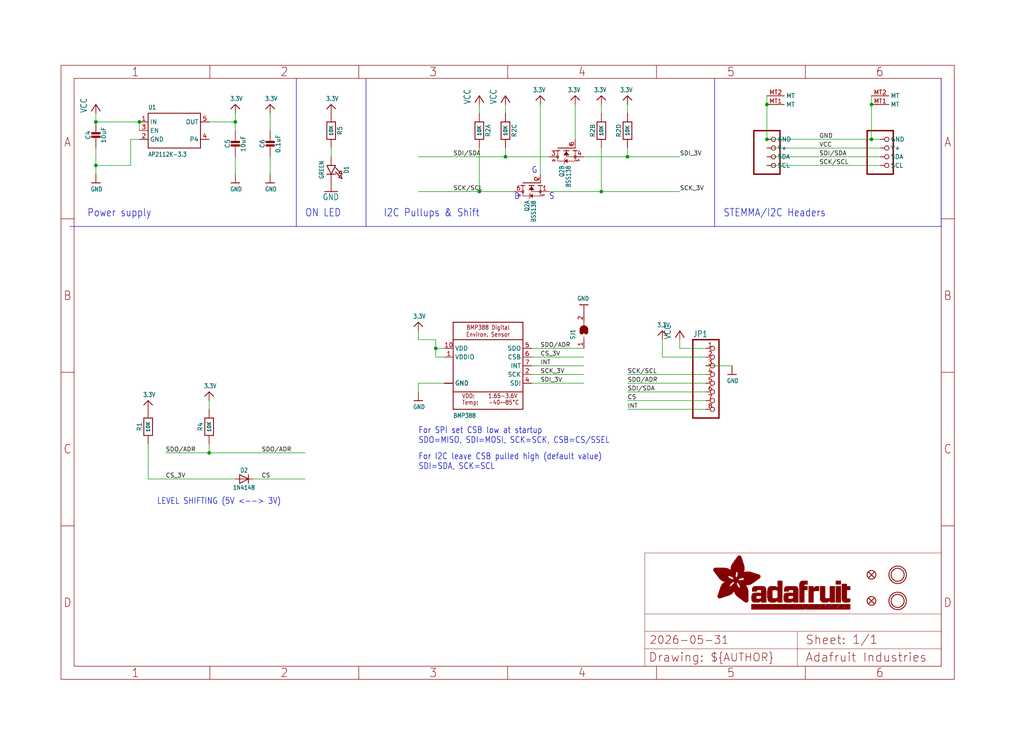
<source format=kicad_sch>
(kicad_sch (version 20230121) (generator eeschema)
  (paper "User" 298.45 217.322)
  (lib_symbols
    (symbol "working-eagle-import:3.3V" (power)
      (property "Value" "3.3V" (at -1.524 1.016 0))
      (symbol "3.3V_1_0"
        (pin power_in line (at 0 -2.54 90) (length 2.54) (name "3.3V") (number "1"))
      )
    )
    (symbol "working-eagle-import:BMP388"
      (symbol "BMP388_1_0"
        (text "-40~~85°C" (at 0 -11.43 0) (effects (font (size 1.27 1.0795)) (justify left bottom)))
        (text "1.65-3.6V" (at 0 -9.525 0) (effects (font (size 1.27 1.0795)) (justify left bottom)))
        (text "BMP388 Digital\nEnviron. Sensor" (at 0 10.16 0) (effects (font (size 1.27 1.0795))))
        (text "Temp:" (at -7.62 -11.43 0) (effects (font (size 1.27 1.0795)) (justify left bottom)))
        (text "VDD:" (at -7.62 -9.525 0) (effects (font (size 1.27 1.0795)) (justify left bottom)))
        (pin power_in line (at -12.7 2.54 0) (length 2.54) (name "VDDIO") (number "1"))
        (pin power_in line (at -12.7 5.08 0) (length 2.54) (name "VDD") (number "10"))
        (pin input line (at 12.7 -2.54 180) (length 2.54) (name "SCK") (number "2"))
        (pin power_in line (at -12.7 -5.08 0) (length 2.54) (name "GND") (number "3"))
        (pin input line (at 12.7 -5.08 180) (length 2.54) (name "SDI") (number "4"))
        (pin output line (at 12.7 5.08 180) (length 2.54) (name "SDO") (number "5"))
        (pin input line (at 12.7 2.54 180) (length 2.54) (name "CSB") (number "6"))
        (pin output line (at 12.7 0 180) (length 2.54) (name "INT") (number "7"))
        (pin power_in line (at -12.7 -5.08 0) (length 2.54) (name "GND") (number "8"))
        (pin power_in line (at -12.7 -5.08 0) (length 2.54) (name "GND") (number "9"))
      )
    )
    (symbol "working-eagle-import:CAP_CERAMIC0603_NO"
      (property "Reference" "C" (at -2.29 1.25 90))
      (symbol "CAP_CERAMIC0603_NO_1_0"
        (pin passive line (at 0 5.08 270) (length 2.54) (name "1") (number "1"))
        (pin passive line (at 0 -2.54 90) (length 2.54) (name "2") (number "2"))
      )
    )
    (symbol "working-eagle-import:CAP_CERAMIC0805-NOOUTLINE"
      (property "Reference" "C" (at -2.29 1.25 90))
      (symbol "CAP_CERAMIC0805-NOOUTLINE_1_0"
        (pin passive line (at 0 5.08 270) (length 2.54) (name "1") (number "1"))
        (pin passive line (at 0 -2.54 90) (length 2.54) (name "2") (number "2"))
      )
    )
    (symbol "working-eagle-import:DIODESOD-323"
      (property "Reference" "D" (at 0 2.54 0))
      (symbol "DIODESOD-323_1_0"
        (pin passive line (at -2.54 0 0) (length 2.54) (name "A") (number "A"))
        (pin passive line (at 2.54 0 180) (length 2.54) (name "C") (number "C"))
      )
    )
    (symbol "working-eagle-import:FIDUCIAL_1MM")
    (symbol "working-eagle-import:FRAME_A4_ADAFRUIT"
      (symbol "FRAME_A4_ADAFRUIT_1_0"
        (text "${#}/${##}" (at 230.505 10.16 0) (effects (font (size 2.54 2.54)) (justify left bottom)))
        (text "${AUTHOR}" (at 189.23 5.08 0) (effects (font (size 2.286 2.286)) (justify left bottom)))
        (text "${CURRENT_DATE}" (at 171.45 10.16 0) (effects (font (size 2.286 2.286)) (justify left bottom)))
        (text "${PROJECTNAME}" (at 171.45 15.24 0) (effects (font (size 2.54 2.54)) (justify left bottom)))
        (text "1" (at 21.6958 1.905 0) (effects (font (size 2.54 2.286))))
        (text "1" (at 21.6958 177.165 0) (effects (font (size 2.54 2.286))))
        (text "2" (at 65.0875 1.905 0) (effects (font (size 2.54 2.286))))
        (text "2" (at 65.0875 177.165 0) (effects (font (size 2.54 2.286))))
        (text "3" (at 108.4792 1.905 0) (effects (font (size 2.54 2.286))))
        (text "3" (at 108.4792 177.165 0) (effects (font (size 2.54 2.286))))
        (text "4" (at 151.8708 1.905 0) (effects (font (size 2.54 2.286))))
        (text "4" (at 151.8708 177.165 0) (effects (font (size 2.54 2.286))))
        (text "5" (at 195.2625 1.905 0) (effects (font (size 2.54 2.286))))
        (text "5" (at 195.2625 177.165 0) (effects (font (size 2.54 2.286))))
        (text "6" (at 238.6542 1.905 0) (effects (font (size 2.54 2.286))))
        (text "6" (at 238.6542 177.165 0) (effects (font (size 2.54 2.286))))
        (text "A" (at 1.905 156.6863 0) (effects (font (size 2.54 2.286))))
        (text "A" (at 258.445 156.6863 0) (effects (font (size 2.54 2.286))))
        (text "Adafruit Industries" (at 216.916 4.953 0) (effects (font (size 2.54 2.54)) (justify left bottom)))
        (text "B" (at 1.905 111.9188 0) (effects (font (size 2.54 2.286))))
        (text "B" (at 258.445 111.9188 0) (effects (font (size 2.54 2.286))))
        (text "C" (at 1.905 67.1513 0) (effects (font (size 2.54 2.286))))
        (text "C" (at 258.445 67.1513 0) (effects (font (size 2.54 2.286))))
        (text "D" (at 1.905 22.3838 0) (effects (font (size 2.54 2.286))))
        (text "D" (at 258.445 22.3838 0) (effects (font (size 2.54 2.286))))
        (text "Drawing:" (at 171.196 4.953 0) (effects (font (size 2.54 2.54)) (justify left bottom)))
        (text "Sheet:" (at 216.916 10.033 0) (effects (font (size 2.54 2.54)) (justify left bottom)))
      )
    )
    (symbol "working-eagle-import:GND" (power)
      (property "Value" "GND" (at -1.524 -2.54 0))
      (symbol "GND_1_0"
        (pin power_in line (at 0 2.54 270) (length 2.54) (name "GND") (number "1"))
      )
    )
    (symbol "working-eagle-import:HEADER-1X870MIL"
      (property "Reference" "JP" (at -6.35 13.335 0))
      (symbol "HEADER-1X870MIL_1_0"
        (pin passive inverted (at -2.54 10.16 0) (length 2.54) (name "1") (number "1"))
        (pin passive inverted (at -2.54 7.62 0) (length 2.54) (name "2") (number "2"))
        (pin passive inverted (at -2.54 5.08 0) (length 2.54) (name "3") (number "3"))
        (pin passive inverted (at -2.54 2.54 0) (length 2.54) (name "4") (number "4"))
        (pin passive inverted (at -2.54 0 0) (length 2.54) (name "5") (number "5"))
        (pin passive inverted (at -2.54 -2.54 0) (length 2.54) (name "6") (number "6"))
        (pin passive inverted (at -2.54 -5.08 0) (length 2.54) (name "7") (number "7"))
        (pin passive inverted (at -2.54 -7.62 0) (length 2.54) (name "8") (number "8"))
      )
    )
    (symbol "working-eagle-import:LED0603_NOOUTLINE"
      (property "Reference" "D" (at -1.27 4.445 0))
      (symbol "LED0603_NOOUTLINE_1_0"
        (pin passive line (at -5.08 0 0) (length 2.54) (name "A") (number "A"))
        (pin passive line (at 2.54 0 180) (length 2.54) (name "C") (number "C"))
      )
    )
    (symbol "working-eagle-import:MOSFET-N_DUAL"
      (property "Reference" "Q" (at 5.08 0.635 0))
      (symbol "MOSFET-N_DUAL_1_0"
        (text "D" (at 3.175 3.175 0) (effects (font (size 0.8128 0.6908)) (justify left bottom)))
        (text "G" (at -1.27 -1.905 0) (effects (font (size 0.8128 0.6908)) (justify left bottom)))
        (text "S" (at 3.175 -3.81 0) (effects (font (size 0.8128 0.6908)) (justify left bottom)))
        (pin bidirectional line (at 2.54 -5.08 90) (length 2.54) (name "S") (number "1"))
        (pin bidirectional line (at -2.54 -2.54 0) (length 2.54) (name "G") (number "2"))
        (pin bidirectional line (at 2.54 5.08 270) (length 2.54) (name "D") (number "6"))
      )
      (symbol "MOSFET-N_DUAL_2_0"
        (text "D" (at 3.175 3.175 0) (effects (font (size 0.8128 0.6908)) (justify left bottom)))
        (text "G" (at -1.27 -1.905 0) (effects (font (size 0.8128 0.6908)) (justify left bottom)))
        (text "S" (at 3.175 -3.81 0) (effects (font (size 0.8128 0.6908)) (justify left bottom)))
        (pin bidirectional line (at 2.54 5.08 270) (length 2.54) (name "D") (number "3"))
        (pin bidirectional line (at 2.54 -5.08 90) (length 2.54) (name "S") (number "4"))
        (pin bidirectional line (at -2.54 -2.54 0) (length 2.54) (name "G") (number "5"))
      )
    )
    (symbol "working-eagle-import:MOUNTINGHOLE2.5")
    (symbol "working-eagle-import:RESISTOR_0603_NOOUT"
      (property "Reference" "R" (at 0 2.54 0))
      (symbol "RESISTOR_0603_NOOUT_1_0"
        (pin passive line (at -5.08 0 0) (length 2.54) (name "1") (number "1"))
        (pin passive line (at 5.08 0 180) (length 2.54) (name "2") (number "2"))
      )
    )
    (symbol "working-eagle-import:RESISTOR_4PACK"
      (property "Reference" "R" (at 0 2.54 0))
      (symbol "RESISTOR_4PACK_1_0"
        (pin passive line (at -5.08 0 0) (length 2.54) (name "1") (number "1"))
        (pin passive line (at 5.08 0 180) (length 2.54) (name "2") (number "8"))
      )
      (symbol "RESISTOR_4PACK_2_0"
        (pin passive line (at -5.08 0 0) (length 2.54) (name "1") (number "2"))
        (pin passive line (at 5.08 0 180) (length 2.54) (name "2") (number "7"))
      )
      (symbol "RESISTOR_4PACK_3_0"
        (pin passive line (at -5.08 0 0) (length 2.54) (name "1") (number "3"))
        (pin passive line (at 5.08 0 180) (length 2.54) (name "2") (number "6"))
      )
      (symbol "RESISTOR_4PACK_4_0"
        (pin passive line (at -5.08 0 0) (length 2.54) (name "1") (number "4"))
        (pin passive line (at 5.08 0 180) (length 2.54) (name "2") (number "5"))
      )
    )
    (symbol "working-eagle-import:SOLDERJUMPER"
      (property "Reference" "SJ" (at -2.54 2.54 0))
      (symbol "SOLDERJUMPER_1_0"
        (pin passive line (at -5.08 0 0) (length 2.54) (name "1") (number "1"))
        (pin passive line (at 5.08 0 180) (length 2.54) (name "2") (number "2"))
      )
    )
    (symbol "working-eagle-import:STEMMA_I2C_QT"
      (symbol "STEMMA_I2C_QT_1_0"
        (pin passive inverted (at 0 5.08 0) (length 2.54) (name "GND") (number "1"))
        (pin passive inverted (at 0 2.54 0) (length 2.54) (name "V+") (number "2"))
        (pin passive inverted (at 0 0 0) (length 2.54) (name "SDA") (number "3"))
        (pin passive inverted (at 0 -2.54 0) (length 2.54) (name "SCL") (number "4"))
      )
      (symbol "STEMMA_I2C_QT_2_0"
        (pin bidirectional line (at 0 0 0) (length 5.08) (name "MT") (number "MT1"))
      )
      (symbol "STEMMA_I2C_QT_3_0"
        (pin bidirectional line (at 0 0 0) (length 5.08) (name "MT") (number "MT2"))
      )
    )
    (symbol "working-eagle-import:VCC" (power)
      (property "Value" "VCC" (at -2.54 -2.54 90))
      (symbol "VCC_1_0"
        (pin power_in line (at 0 -2.54 90) (length 2.54) (name "VCC") (number "1"))
      )
    )
    (symbol "working-eagle-import:VREG_SOT23-5"
      (property "Reference" "U" (at -7.62 6.096 0))
      (symbol "VREG_SOT23-5_1_0"
        (pin power_in line (at -10.16 2.54 0) (length 2.54) (name "IN") (number "1"))
        (pin power_in line (at -10.16 -2.54 0) (length 2.54) (name "GND") (number "2"))
        (pin input line (at -10.16 0 0) (length 2.54) (name "EN") (number "3"))
        (pin bidirectional line (at 10.16 -2.54 180) (length 2.54) (name "P4") (number "4"))
        (pin power_in line (at 10.16 2.54 180) (length 2.54) (name "OUT") (number "5"))
      )
    )
    (symbol "working-eagle-import:supply1_GND" (power)
      (property "Value" "supply1_GND" (at -2.54 -2.54 0))
      (symbol "supply1_GND_1_0"
        (pin power_in line (at 0 2.54 270) (length 2.54) (name "GND") (number "1"))
      )
    )
  )
  (junction (at 147.32 45.72))
  (junction (at 223.52 40.64))
  (junction (at 254 40.64))
  (junction (at 254 30.48))
  (junction (at 27.94 35.56))
  (junction (at 127 101.6))
  (junction (at 223.52 30.48))
  (junction (at 27.94 48.26))
  (junction (at 182.88 45.72))
  (junction (at 139.7 55.88))
  (junction (at 40.64 35.56))
  (junction (at 175.26 55.88))
  (junction (at 68.58 35.56))
  (junction (at 60.96 132.08))
  (wire (pts (xy 205.74 114.3) (xy 182.88 114.3)) (stroke (width 0.1524)))
  (wire (pts (xy 205.74 111.76) (xy 182.88 111.76)) (stroke (width 0.1524)))
  (wire (pts (xy 147.32 43.18) (xy 147.32 45.72)) (stroke (width 0.1524)))
  (wire (pts (xy 160.02 55.88) (xy 175.26 55.88)) (stroke (width 0.1524)))
  (wire (pts (xy 205.74 116.84) (xy 182.88 116.84)) (stroke (width 0.1524)))
  (wire (pts (xy 175.26 55.88) (xy 198.12 55.88)) (stroke (width 0.1524)))
  (wire (pts (xy 96.52 45.72) (xy 96.52 43.18)) (stroke (width 0.1524)))
  (wire (pts (xy 43.18 139.7) (xy 43.18 129.54)) (stroke (width 0.1524)))
  (wire (pts (xy 40.64 35.56) (xy 27.94 35.56)) (stroke (width 0.1524)))
  (wire (pts (xy 129.54 101.6) (xy 127 101.6)) (stroke (width 0.1524)))
  (wire (pts (xy 27.94 33.02) (xy 27.94 35.56)) (stroke (width 0.1524)))
  (wire (pts (xy 205.74 104.14) (xy 193.04 104.14)) (stroke (width 0.1524)))
  (wire (pts (xy 121.92 111.76) (xy 129.54 111.76)) (stroke (width 0.1524)))
  (wire (pts (xy 40.64 40.64) (xy 38.1 40.64)) (stroke (width 0.1524)))
  (wire (pts (xy 256.54 40.64) (xy 254 40.64)) (stroke (width 0.1524)))
  (wire (pts (xy 175.26 43.18) (xy 175.26 55.88)) (stroke (width 0.1524)))
  (wire (pts (xy 154.94 101.6) (xy 170.18 101.6)) (stroke (width 0.1524)))
  (wire (pts (xy 78.74 33.02) (xy 78.74 38.1)) (stroke (width 0.1524)))
  (wire (pts (xy 27.94 48.26) (xy 27.94 50.8)) (stroke (width 0.1524)))
  (wire (pts (xy 68.58 35.56) (xy 68.58 33.02)) (stroke (width 0.1524)))
  (wire (pts (xy 147.32 45.72) (xy 121.92 45.72)) (stroke (width 0.1524)))
  (polyline (pts (xy 208.28 66.04) (xy 274.32 66.04)) (stroke (width 0.1524) (type solid)))
  (wire (pts (xy 193.04 104.14) (xy 193.04 99.06)) (stroke (width 0.1524)))
  (wire (pts (xy 160.02 45.72) (xy 147.32 45.72)) (stroke (width 0.1524)))
  (wire (pts (xy 205.74 119.38) (xy 182.88 119.38)) (stroke (width 0.1524)))
  (wire (pts (xy 127 101.6) (xy 127 104.14)) (stroke (width 0.1524)))
  (wire (pts (xy 60.96 116.84) (xy 60.96 119.38)) (stroke (width 0.1524)))
  (wire (pts (xy 157.48 50.8) (xy 157.48 30.48)) (stroke (width 0.1524)))
  (wire (pts (xy 149.86 55.88) (xy 139.7 55.88)) (stroke (width 0.1524)))
  (wire (pts (xy 60.96 132.08) (xy 48.26 132.08)) (stroke (width 0.1524)))
  (wire (pts (xy 127 99.06) (xy 127 101.6)) (stroke (width 0.1524)))
  (wire (pts (xy 167.64 40.64) (xy 167.64 30.48)) (stroke (width 0.1524)))
  (polyline (pts (xy 106.68 66.04) (xy 208.28 66.04)) (stroke (width 0.1524) (type solid)))
  (polyline (pts (xy 208.28 22.86) (xy 208.28 66.04)) (stroke (width 0.1524) (type solid)))
  (polyline (pts (xy 20.32 66.04) (xy 86.36 66.04)) (stroke (width 0.1524) (type solid)))
  (wire (pts (xy 121.92 96.52) (xy 121.92 99.06)) (stroke (width 0.1524)))
  (wire (pts (xy 139.7 43.18) (xy 139.7 55.88)) (stroke (width 0.1524)))
  (wire (pts (xy 182.88 45.72) (xy 198.12 45.72)) (stroke (width 0.1524)))
  (wire (pts (xy 139.7 30.48) (xy 139.7 33.02)) (stroke (width 0.1524)))
  (wire (pts (xy 254 30.48) (xy 254 40.64)) (stroke (width 0.1524)))
  (wire (pts (xy 60.96 129.54) (xy 60.96 132.08)) (stroke (width 0.1524)))
  (wire (pts (xy 182.88 43.18) (xy 182.88 45.72)) (stroke (width 0.1524)))
  (wire (pts (xy 254 40.64) (xy 223.52 40.64)) (stroke (width 0.1524)))
  (wire (pts (xy 68.58 35.56) (xy 68.58 38.1)) (stroke (width 0.1524)))
  (wire (pts (xy 38.1 40.64) (xy 38.1 48.26)) (stroke (width 0.1524)))
  (wire (pts (xy 147.32 33.02) (xy 147.32 30.48)) (stroke (width 0.1524)))
  (wire (pts (xy 175.26 33.02) (xy 175.26 30.48)) (stroke (width 0.1524)))
  (wire (pts (xy 254 27.94) (xy 254 30.48)) (stroke (width 0.1524)))
  (wire (pts (xy 127 104.14) (xy 129.54 104.14)) (stroke (width 0.1524)))
  (wire (pts (xy 68.58 45.72) (xy 68.58 50.8)) (stroke (width 0.1524)))
  (wire (pts (xy 40.64 38.1) (xy 40.64 35.56)) (stroke (width 0.1524)))
  (wire (pts (xy 198.12 101.6) (xy 198.12 99.06)) (stroke (width 0.1524)))
  (wire (pts (xy 154.94 111.76) (xy 170.18 111.76)) (stroke (width 0.1524)))
  (wire (pts (xy 154.94 104.14) (xy 170.18 104.14)) (stroke (width 0.1524)))
  (wire (pts (xy 78.74 45.72) (xy 78.74 50.8)) (stroke (width 0.1524)))
  (polyline (pts (xy 274.32 22.86) (xy 274.32 66.04)) (stroke (width 0.1524) (type solid)))
  (wire (pts (xy 205.74 109.22) (xy 182.88 109.22)) (stroke (width 0.1524)))
  (wire (pts (xy 60.96 35.56) (xy 68.58 35.56)) (stroke (width 0.1524)))
  (wire (pts (xy 170.18 109.22) (xy 154.94 109.22)) (stroke (width 0.1524)))
  (wire (pts (xy 154.94 106.68) (xy 170.18 106.68)) (stroke (width 0.1524)))
  (wire (pts (xy 182.88 33.02) (xy 182.88 30.48)) (stroke (width 0.1524)))
  (wire (pts (xy 170.18 45.72) (xy 182.88 45.72)) (stroke (width 0.1524)))
  (wire (pts (xy 223.52 30.48) (xy 223.52 40.64)) (stroke (width 0.1524)))
  (wire (pts (xy 121.92 99.06) (xy 127 99.06)) (stroke (width 0.1524)))
  (wire (pts (xy 68.58 139.7) (xy 43.18 139.7)) (stroke (width 0.1524)))
  (polyline (pts (xy 86.36 66.04) (xy 106.68 66.04)) (stroke (width 0.1524) (type solid)))
  (wire (pts (xy 223.52 48.26) (xy 256.54 48.26)) (stroke (width 0.1524)))
  (wire (pts (xy 60.96 132.08) (xy 88.9 132.08)) (stroke (width 0.1524)))
  (polyline (pts (xy 106.68 22.86) (xy 106.68 66.04)) (stroke (width 0.1524) (type solid)))
  (wire (pts (xy 256.54 45.72) (xy 223.52 45.72)) (stroke (width 0.1524)))
  (wire (pts (xy 121.92 111.76) (xy 121.92 114.3)) (stroke (width 0.1524)))
  (wire (pts (xy 223.52 27.94) (xy 223.52 30.48)) (stroke (width 0.1524)))
  (wire (pts (xy 139.7 55.88) (xy 121.92 55.88)) (stroke (width 0.1524)))
  (wire (pts (xy 27.94 48.26) (xy 27.94 43.18)) (stroke (width 0.1524)))
  (wire (pts (xy 205.74 106.68) (xy 213.36 106.68)) (stroke (width 0.1524)))
  (wire (pts (xy 38.1 48.26) (xy 27.94 48.26)) (stroke (width 0.1524)))
  (wire (pts (xy 223.52 43.18) (xy 256.54 43.18)) (stroke (width 0.1524)))
  (wire (pts (xy 73.66 139.7) (xy 88.9 139.7)) (stroke (width 0.1524)))
  (polyline (pts (xy 86.36 22.86) (xy 86.36 66.04)) (stroke (width 0.1524) (type solid)))
  (wire (pts (xy 205.74 101.6) (xy 198.12 101.6)) (stroke (width 0.1524)))
  (text "S" (at 160.02 58.42 0) (effects (font (size 1.778 1.5113)) (justify left bottom)))
  (text "LEVEL SHIFTING (5V <--> 3V)" (at 45.72 147.32 0) (effects (font (size 1.778 1.5113)) (justify left bottom)))
  (text "For SPI set CSB low at startup\nSDO=MISO, SDI=MOSI, SCK=SCK, CSB=CS/SSEL" (at 121.92 129.54 0) (effects (font (size 1.778 1.5113)) (justify left bottom)))
  (text "G" (at 154.94 50.8 0) (effects (font (size 1.778 1.5113)) (justify left bottom)))
  (text "ON LED" (at 88.9 63.5 0) (effects (font (size 2.1844 1.8567)) (justify left bottom)))
  (text "D" (at 149.86 58.42 0) (effects (font (size 1.778 1.5113)) (justify left bottom)))
  (text "For I2C leave CSB pulled high (default value)\nSDI=SDA, SCK=SCL" (at 121.92 137.16 0) (effects (font (size 1.778 1.5113)) (justify left bottom)))
  (text "I2C Pullups & Shift" (at 111.76 63.5 0) (effects (font (size 2.1844 1.8567)) (justify left bottom)))
  (text "STEMMA/I2C Headers" (at 210.82 63.5 0) (effects (font (size 2.1844 1.8567)) (justify left bottom)))
  (text "Power supply" (at 25.4 63.5 0) (effects (font (size 2.1844 1.8567)) (justify left bottom)))
  (label "SDI/SDA" (at 238.76 45.72 0) (effects (font (size 1.2446 1.2446))))
  (label "SDI_3V" (at 198.12 45.72 0) (effects (font (size 1.2446 1.2446))))
  (label "CS_3V" (at 157.48 104.14 0) (effects (font (size 1.2446 1.2446))))
  (label "GND" (at 238.76 40.64 0) (effects (font (size 1.2446 1.2446))))
  (label "SCK/SCL" (at 132.08 55.88 0) (effects (font (size 1.2446 1.2446))))
  (label "CS_3V" (at 48.26 139.7 0) (effects (font (size 1.2446 1.2446))))
  (label "SDO/ADR" (at 48.26 132.08 0) (effects (font (size 1.2446 1.2446))))
  (label "INT" (at 157.48 106.68 0) (effects (font (size 1.2446 1.2446))))
  (label "SCK_3V" (at 157.48 109.22 0) (effects (font (size 1.2446 1.2446))))
  (label "SCK_3V" (at 198.12 55.88 0) (effects (font (size 1.2446 1.2446))))
  (label "SDO/ADR" (at 182.88 111.76 0) (effects (font (size 1.2446 1.2446))))
  (label "CS" (at 182.88 116.84 0) (effects (font (size 1.2446 1.2446))))
  (label "INT" (at 182.88 119.38 0) (effects (font (size 1.2446 1.2446))))
  (label "SCK/SCL" (at 182.88 109.22 0) (effects (font (size 1.2446 1.2446))))
  (label "VCC" (at 238.76 43.18 0) (effects (font (size 1.2446 1.2446))))
  (label "SDI/SDA" (at 132.08 45.72 0) (effects (font (size 1.2446 1.2446))))
  (label "CS" (at 76.2 139.7 0) (effects (font (size 1.2446 1.2446))))
  (label "SDO/ADR" (at 157.48 101.6 0) (effects (font (size 1.2446 1.2446))))
  (label "SDI_3V" (at 157.48 111.76 0) (effects (font (size 1.2446 1.2446))))
  (label "SDI/SDA" (at 182.88 114.3 0) (effects (font (size 1.2446 1.2446))))
  (label "SCK/SCL" (at 238.76 48.26 0) (effects (font (size 1.2446 1.2446))))
  (label "SDO/ADR" (at 76.2 132.08 0) (effects (font (size 1.2446 1.2446))))
  (symbol (lib_id "working-eagle-import:MOSFET-N_DUAL") (at 154.94 53.34 90) (mirror x) (unit 1)
    (property "Reference" "Q2" (at 154.305 58.42 0) (effects (font (size 1.27 1.0795)) (justify left bottom)))
    (property "Value" "BSS138" (at 156.21 58.42 0) (effects (font (size 1.27 1.0795)) (justify left bottom)))
    (property "Footprint" "working:SOT363" (effects hide))
  )
  (symbol (lib_id "working-eagle-import:STEMMA_I2C_QT") (at 256.54 45.72 0) (unit 1)
    (property "Reference" "CONN4" (effects hide))
    (property "Value" "STEMMA_I2C_QT" (effects hide))
    (property "Footprint" "working:JST_SH4" (effects hide))
  )
  (symbol (lib_id "working-eagle-import:STEMMA_I2C_QT") (at 223.52 45.72 0) (unit 1)
    (property "Reference" "CONN3" (effects hide))
    (property "Value" "STEMMA_I2C_QT" (effects hide))
    (property "Footprint" "working:JST_SH4" (effects hide))
  )
  (symbol (lib_id "working-eagle-import:GND") (at 213.36 109.22 0) (unit 1)
    (property "Reference" "#U$4" (effects hide))
    (property "Value" "GND" (at 211.836 111.76 0) (effects (font (size 1.27 1.0795)) (justify left bottom)))
  )
  (symbol (lib_id "working-eagle-import:supply1_GND") (at 96.52 55.88 0) (unit 1)
    (property "Reference" "#GND6" (effects hide))
    (property "Value" "GND" (at 93.98 58.42 0) (effects (font (size 1.778 1.5113)) (justify left bottom)))
  )
  (symbol (lib_id "working-eagle-import:3.3V") (at 193.04 96.52 0) (unit 1)
    (property "Reference" "#U$10" (effects hide))
    (property "Value" "3.3V" (at 191.516 95.504 0) (effects (font (size 1.27 1.0795)) (justify left bottom)))
  )
  (symbol (lib_id "working-eagle-import:DIODESOD-323") (at 71.12 139.7 0) (unit 1)
    (property "Reference" "D2" (at 71.12 137.16 0) (effects (font (size 1.27 1.0795))))
    (property "Value" "1N4148" (at 71.12 142.2 0) (effects (font (size 1.27 1.0795))))
    (property "Footprint" "working:SOD-323" (effects hide))
  )
  (symbol (lib_id "working-eagle-import:RESISTOR_4PACK") (at 182.88 38.1 90) (mirror x) (unit 4)
    (property "Reference" "R2" (at 180.34 38.1 0))
    (property "Value" "10K" (at 182.88 38.1 0) (effects (font (size 1.016 1.016) bold)))
    (property "Footprint" "working:RESPACK_4X0603" (effects hide))
  )
  (symbol (lib_id "working-eagle-import:MOUNTINGHOLE2.5") (at 261.62 167.64 0) (unit 1)
    (property "Reference" "U$41" (effects hide))
    (property "Value" "MOUNTINGHOLE2.5" (effects hide))
    (property "Footprint" "working:MOUNTINGHOLE_2.5_PLATED" (effects hide))
  )
  (symbol (lib_id "working-eagle-import:3.3V") (at 182.88 27.94 0) (mirror y) (unit 1)
    (property "Reference" "#U$35" (effects hide))
    (property "Value" "3.3V" (at 184.404 26.924 0) (effects (font (size 1.27 1.0795)) (justify left bottom)))
  )
  (symbol (lib_id "working-eagle-import:STEMMA_I2C_QT") (at 223.52 27.94 0) (unit 3)
    (property "Reference" "CONN3" (effects hide))
    (property "Value" "STEMMA_I2C_QT" (effects hide))
    (property "Footprint" "working:JST_SH4" (effects hide))
  )
  (symbol (lib_id "working-eagle-import:GND") (at 121.92 116.84 0) (unit 1)
    (property "Reference" "#U$3" (effects hide))
    (property "Value" "GND" (at 120.396 119.38 0) (effects (font (size 1.27 1.0795)) (justify left bottom)))
  )
  (symbol (lib_id "working-eagle-import:GND") (at 68.58 53.34 0) (unit 1)
    (property "Reference" "#U$30" (effects hide))
    (property "Value" "GND" (at 67.056 55.88 0) (effects (font (size 1.27 1.0795)) (justify left bottom)))
  )
  (symbol (lib_id "working-eagle-import:RESISTOR_4PACK") (at 139.7 38.1 270) (unit 1)
    (property "Reference" "R2" (at 142.24 38.1 0))
    (property "Value" "10K" (at 139.7 38.1 0) (effects (font (size 1.016 1.016) bold)))
    (property "Footprint" "working:RESPACK_4X0603" (effects hide))
  )
  (symbol (lib_id "working-eagle-import:3.3V") (at 68.58 30.48 0) (unit 1)
    (property "Reference" "#U$34" (effects hide))
    (property "Value" "3.3V" (at 67.056 29.464 0) (effects (font (size 1.27 1.0795)) (justify left bottom)))
  )
  (symbol (lib_id "working-eagle-import:STEMMA_I2C_QT") (at 254 30.48 0) (unit 2)
    (property "Reference" "CONN4" (effects hide))
    (property "Value" "STEMMA_I2C_QT" (effects hide))
    (property "Footprint" "working:JST_SH4" (effects hide))
  )
  (symbol (lib_id "working-eagle-import:3.3V") (at 157.48 27.94 0) (mirror y) (unit 1)
    (property "Reference" "#U$37" (effects hide))
    (property "Value" "3.3V" (at 159.004 26.924 0) (effects (font (size 1.27 1.0795)) (justify left bottom)))
  )
  (symbol (lib_id "working-eagle-import:CAP_CERAMIC0805-NOOUTLINE") (at 27.94 40.64 0) (unit 1)
    (property "Reference" "C4" (at 25.65 39.39 90))
    (property "Value" "10uF" (at 30.24 39.39 90))
    (property "Footprint" "working:0805-NO" (effects hide))
  )
  (symbol (lib_id "working-eagle-import:FIDUCIAL_1MM") (at 254 175.26 0) (unit 1)
    (property "Reference" "FID3" (effects hide))
    (property "Value" "FIDUCIAL_1MM" (effects hide))
    (property "Footprint" "working:FIDUCIAL_1MM" (effects hide))
  )
  (symbol (lib_id "working-eagle-import:3.3V") (at 121.92 93.98 0) (unit 1)
    (property "Reference" "#U$12" (effects hide))
    (property "Value" "3.3V" (at 120.396 92.964 0) (effects (font (size 1.27 1.0795)) (justify left bottom)))
  )
  (symbol (lib_id "working-eagle-import:MOSFET-N_DUAL") (at 165.1 43.18 90) (mirror x) (unit 2)
    (property "Reference" "Q2" (at 164.465 48.26 0) (effects (font (size 1.27 1.0795)) (justify left bottom)))
    (property "Value" "BSS138" (at 166.37 48.26 0) (effects (font (size 1.27 1.0795)) (justify left bottom)))
    (property "Footprint" "working:SOT363" (effects hide))
  )
  (symbol (lib_id "working-eagle-import:CAP_CERAMIC0603_NO") (at 78.74 43.18 0) (unit 1)
    (property "Reference" "C6" (at 76.45 41.93 90))
    (property "Value" "0.1uF" (at 81.04 41.93 90))
    (property "Footprint" "working:0603-NO" (effects hide))
  )
  (symbol (lib_id "working-eagle-import:GND") (at 78.74 53.34 0) (unit 1)
    (property "Reference" "#U$31" (effects hide))
    (property "Value" "GND" (at 77.216 55.88 0) (effects (font (size 1.27 1.0795)) (justify left bottom)))
  )
  (symbol (lib_id "working-eagle-import:MOUNTINGHOLE2.5") (at 261.62 175.26 0) (unit 1)
    (property "Reference" "U$40" (effects hide))
    (property "Value" "MOUNTINGHOLE2.5" (effects hide))
    (property "Footprint" "working:MOUNTINGHOLE_2.5_PLATED" (effects hide))
  )
  (symbol (lib_id "working-eagle-import:3.3V") (at 175.26 27.94 0) (mirror y) (unit 1)
    (property "Reference" "#U$36" (effects hide))
    (property "Value" "3.3V" (at 176.784 26.924 0) (effects (font (size 1.27 1.0795)) (justify left bottom)))
  )
  (symbol (lib_id "working-eagle-import:VCC") (at 139.7 27.94 0) (unit 1)
    (property "Reference" "#P+1" (effects hide))
    (property "Value" "VCC" (at 137.16 30.48 90) (effects (font (size 1.778 1.5113)) (justify left bottom)))
  )
  (symbol (lib_id "working-eagle-import:VCC") (at 27.94 30.48 0) (unit 1)
    (property "Reference" "#P+3" (effects hide))
    (property "Value" "VCC" (at 25.4 33.02 90) (effects (font (size 1.778 1.5113)) (justify left bottom)))
  )
  (symbol (lib_id "working-eagle-import:3.3V") (at 60.96 114.3 0) (unit 1)
    (property "Reference" "#U$25" (effects hide))
    (property "Value" "3.3V" (at 59.436 113.284 0) (effects (font (size 1.27 1.0795)) (justify left bottom)))
  )
  (symbol (lib_id "working-eagle-import:FIDUCIAL_1MM") (at 254 167.64 0) (unit 1)
    (property "Reference" "FID4" (effects hide))
    (property "Value" "FIDUCIAL_1MM" (effects hide))
    (property "Footprint" "working:FIDUCIAL_1MM" (effects hide))
  )
  (symbol (lib_id "working-eagle-import:GND") (at 27.94 53.34 0) (unit 1)
    (property "Reference" "#U$23" (effects hide))
    (property "Value" "GND" (at 26.416 55.88 0) (effects (font (size 1.27 1.0795)) (justify left bottom)))
  )
  (symbol (lib_id "working-eagle-import:3.3V") (at 96.52 30.48 0) (unit 1)
    (property "Reference" "#U$45" (effects hide))
    (property "Value" "3.3V" (at 94.996 29.464 0) (effects (font (size 1.27 1.0795)) (justify left bottom)))
  )
  (symbol (lib_id "working-eagle-import:BMP388") (at 142.24 106.68 0) (unit 1)
    (property "Reference" "IC1" (effects hide))
    (property "Value" "BMP388" (at 132.08 121.92 0) (effects (font (size 1.27 1.0795)) (justify left bottom)))
    (property "Footprint" "working:BMP388" (effects hide))
  )
  (symbol (lib_id "working-eagle-import:RESISTOR_0603_NOOUT") (at 60.96 124.46 90) (unit 1)
    (property "Reference" "R4" (at 58.42 124.46 0))
    (property "Value" "10K" (at 60.96 124.46 0) (effects (font (size 1.016 1.016) bold)))
    (property "Footprint" "working:0603-NO" (effects hide))
  )
  (symbol (lib_id "working-eagle-import:CAP_CERAMIC0805-NOOUTLINE") (at 68.58 43.18 0) (unit 1)
    (property "Reference" "C5" (at 66.29 41.93 90))
    (property "Value" "10uF" (at 70.88 41.93 90))
    (property "Footprint" "working:0805-NO" (effects hide))
  )
  (symbol (lib_id "working-eagle-import:RESISTOR_0603_NOOUT") (at 43.18 124.46 90) (unit 1)
    (property "Reference" "R1" (at 40.64 124.46 0))
    (property "Value" "10K" (at 43.18 124.46 0) (effects (font (size 1.016 1.016) bold)))
    (property "Footprint" "working:0603-NO" (effects hide))
  )
  (symbol (lib_id "working-eagle-import:VCC") (at 198.12 96.52 0) (unit 1)
    (property "Reference" "#P+5" (effects hide))
    (property "Value" "VCC" (at 195.58 99.06 90) (effects (font (size 1.778 1.5113)) (justify left bottom)))
  )
  (symbol (lib_id "working-eagle-import:STEMMA_I2C_QT") (at 223.52 30.48 0) (unit 2)
    (property "Reference" "CONN3" (effects hide))
    (property "Value" "STEMMA_I2C_QT" (effects hide))
    (property "Footprint" "working:JST_SH4" (effects hide))
  )
  (symbol (lib_id "working-eagle-import:HEADER-1X870MIL") (at 208.28 111.76 0) (unit 1)
    (property "Reference" "JP1" (at 201.93 98.425 0) (effects (font (size 1.778 1.5113)) (justify left bottom)))
    (property "Value" "HEADER-1X870MIL" (effects hide))
    (property "Footprint" "working:1X08_ROUND_70" (effects hide))
  )
  (symbol (lib_id "working-eagle-import:FRAME_A4_ADAFRUIT") (at 17.78 198.12 0) (unit 1)
    (property "Reference" "#U$42" (effects hide))
    (property "Value" "FRAME_A4_ADAFRUIT" (effects hide))
  )
  (symbol (lib_id "working-eagle-import:SOLDERJUMPER") (at 170.18 96.52 90) (unit 1)
    (property "Reference" "SJ1" (at 167.64 99.06 0) (effects (font (size 1.27 1.0795)) (justify left bottom)))
    (property "Value" "SOLDERJUMPER" (effects hide))
    (property "Footprint" "working:SOLDERJUMPER_ARROW_NOPASTE" (effects hide))
  )
  (symbol (lib_id "working-eagle-import:VREG_SOT23-5") (at 50.8 38.1 0) (unit 1)
    (property "Reference" "U1" (at 43.18 32.004 0) (effects (font (size 1.27 1.0795)) (justify left bottom)))
    (property "Value" "AP2112K-3.3" (at 43.18 45.72 0) (effects (font (size 1.27 1.0795)) (justify left bottom)))
    (property "Footprint" "working:SOT23-5" (effects hide))
  )
  (symbol (lib_id "working-eagle-import:3.3V") (at 78.74 30.48 0) (unit 1)
    (property "Reference" "#U$33" (effects hide))
    (property "Value" "3.3V" (at 77.216 29.464 0) (effects (font (size 1.27 1.0795)) (justify left bottom)))
  )
  (symbol (lib_id "working-eagle-import:RESISTOR_4PACK") (at 147.32 38.1 270) (unit 3)
    (property "Reference" "R2" (at 149.86 38.1 0))
    (property "Value" "10K" (at 147.32 38.1 0) (effects (font (size 1.016 1.016) bold)))
    (property "Footprint" "working:RESPACK_4X0603" (effects hide))
  )
  (symbol (lib_id "working-eagle-import:3.3V") (at 43.18 116.84 0) (unit 1)
    (property "Reference" "#U$18" (effects hide))
    (property "Value" "3.3V" (at 41.656 115.824 0) (effects (font (size 1.27 1.0795)) (justify left bottom)))
  )
  (symbol (lib_id "working-eagle-import:3.3V") (at 167.64 27.94 0) (mirror y) (unit 1)
    (property "Reference" "#U$38" (effects hide))
    (property "Value" "3.3V" (at 169.164 26.924 0) (effects (font (size 1.27 1.0795)) (justify left bottom)))
  )
  (symbol (lib_id "working-eagle-import:VCC") (at 147.32 27.94 0) (unit 1)
    (property "Reference" "#P+2" (effects hide))
    (property "Value" "VCC" (at 144.78 30.48 90) (effects (font (size 1.778 1.5113)) (justify left bottom)))
  )
  (symbol (lib_id "working-eagle-import:STEMMA_I2C_QT") (at 254 27.94 0) (unit 3)
    (property "Reference" "CONN4" (effects hide))
    (property "Value" "STEMMA_I2C_QT" (effects hide))
    (property "Footprint" "working:JST_SH4" (effects hide))
  )
  (symbol (lib_id "working-eagle-import:RESISTOR_0603_NOOUT") (at 96.52 38.1 270) (unit 1)
    (property "Reference" "R5" (at 99.06 38.1 0))
    (property "Value" "10K" (at 96.52 38.1 0) (effects (font (size 1.016 1.016) bold)))
    (property "Footprint" "working:0603-NO" (effects hide))
  )
  (symbol (lib_id "working-eagle-import:LED0603_NOOUTLINE") (at 96.52 50.8 270) (unit 1)
    (property "Reference" "D1" (at 100.965 49.53 0) (effects (font (size 1.27 1.0795))))
    (property "Value" "GREEN" (at 93.726 49.53 0) (effects (font (size 1.27 1.0795))))
    (property "Footprint" "working:CHIPLED_0603_NOOUTLINE" (effects hide))
  )
  (symbol (lib_id "working-eagle-import:GND") (at 170.18 88.9 180) (unit 1)
    (property "Reference" "#U$1" (effects hide))
    (property "Value" "GND" (at 171.704 86.36 0) (effects (font (size 1.27 1.0795)) (justify left bottom)))
  )
  (symbol (lib_id "working-eagle-import:RESISTOR_4PACK") (at 175.26 38.1 90) (mirror x) (unit 2)
    (property "Reference" "R2" (at 172.72 38.1 0))
    (property "Value" "10K" (at 175.26 38.1 0) (effects (font (size 1.016 1.016) bold)))
    (property "Footprint" "working:RESPACK_4X0603" (effects hide))
  )
)
</source>
